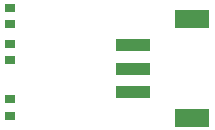
<source format=gtp>
%FSLAX23Y23*%
%MOIN*%
G70*
G01*
G75*
G04 Layer_Color=8421504*
%ADD10R,0.035X0.031*%
%ADD11R,0.118X0.059*%
%ADD12R,0.118X0.039*%
%ADD13C,0.010*%
%ADD14C,0.060*%
%ADD15C,0.039*%
%ADD16C,0.236*%
%ADD17C,0.004*%
%ADD18C,0.000*%
%ADD19R,0.023X0.043*%
D10*
X650Y242D02*
D03*
Y298D02*
D03*
X650Y483D02*
D03*
Y427D02*
D03*
Y603D02*
D03*
Y547D02*
D03*
D11*
X1257Y235D02*
D03*
Y565D02*
D03*
D12*
X1060Y479D02*
D03*
Y321D02*
D03*
Y400D02*
D03*
Y479D02*
D03*
M02*

</source>
